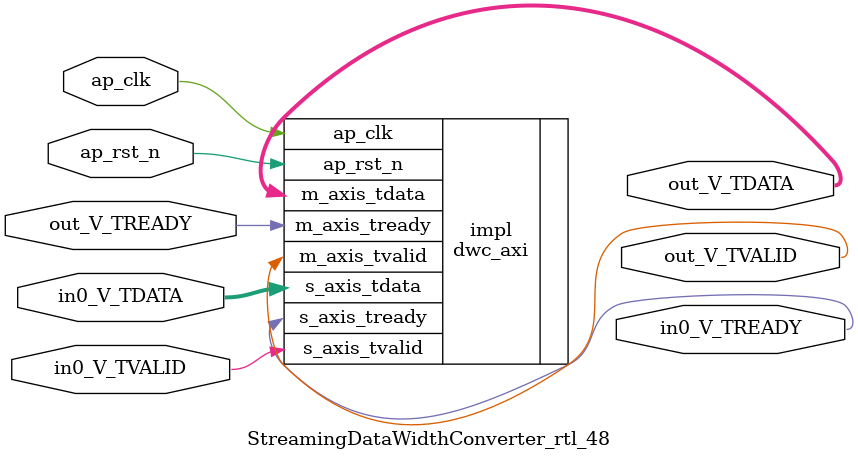
<source format=v>
/******************************************************************************
 * Copyright (C) 2023, Advanced Micro Devices, Inc.
 * All rights reserved.
 *
 * Redistribution and use in source and binary forms, with or without
 * modification, are permitted provided that the following conditions are met:
 *
 *  1. Redistributions of source code must retain the above copyright notice,
 *     this list of conditions and the following disclaimer.
 *
 *  2. Redistributions in binary form must reproduce the above copyright
 *     notice, this list of conditions and the following disclaimer in the
 *     documentation and/or other materials provided with the distribution.
 *
 *  3. Neither the name of the copyright holder nor the names of its
 *     contributors may be used to endorse or promote products derived from
 *     this software without specific prior written permission.
 *
 * THIS SOFTWARE IS PROVIDED BY THE COPYRIGHT HOLDERS AND CONTRIBUTORS "AS IS"
 * AND ANY EXPRESS OR IMPLIED WARRANTIES, INCLUDING, BUT NOT LIMITED TO,
 * THE IMPLIED WARRANTIES OF MERCHANTABILITY AND FITNESS FOR A PARTICULAR
 * PURPOSE ARE DISCLAIMED. IN NO EVENT SHALL THE COPYRIGHT HOLDER OR
 * CONTRIBUTORS BE LIABLE FOR ANY DIRECT, INDIRECT, INCIDENTAL, SPECIAL,
 * EXEMPLARY, OR CONSEQUENTIAL DAMAGES (INCLUDING, BUT NOT LIMITED TO,
 * PROCUREMENT OF SUBSTITUTE GOODS OR SERVICES; LOSS OF USE, DATA, OR PROFITS;
 * OR BUSINESS INTERRUPTION). HOWEVER CAUSED AND ON ANY THEORY OF LIABILITY,
 * WHETHER IN CONTRACT, STRICT LIABILITY, OR TORT (INCLUDING NEGLIGENCE OR
 * OTHERWISE) ARISING IN ANY WAY OUT OF THE USE OF THIS SOFTWARE, EVEN IF
 * ADVISED OF THE POSSIBILITY OF SUCH DAMAGE.
 *****************************************************************************/

module StreamingDataWidthConverter_rtl_48 #(
	parameter  IBITS = 5,
	parameter  OBITS = 320,

	parameter  AXI_IBITS = (IBITS+7)/8 * 8,
	parameter  AXI_OBITS = (OBITS+7)/8 * 8
)(
	//- Global Control ------------------
	(* X_INTERFACE_INFO = "xilinx.com:signal:clock:1.0 ap_clk CLK" *)
	(* X_INTERFACE_PARAMETER = "ASSOCIATED_BUSIF in0_V:out_V, ASSOCIATED_RESET ap_rst_n" *)
	input	ap_clk,
	(* X_INTERFACE_PARAMETER = "POLARITY ACTIVE_LOW" *)
	input	ap_rst_n,

	//- AXI Stream - Input --------------
	output	in0_V_TREADY,
	input	in0_V_TVALID,
	input	[AXI_IBITS-1:0]  in0_V_TDATA,

	//- AXI Stream - Output -------------
	input	out_V_TREADY,
	output	out_V_TVALID,
	output	[AXI_OBITS-1:0]  out_V_TDATA
);

	dwc_axi #(
		.IBITS(IBITS),
		.OBITS(OBITS)
	) impl (
		.ap_clk(ap_clk),
		.ap_rst_n(ap_rst_n),
		.s_axis_tready(in0_V_TREADY),
		.s_axis_tvalid(in0_V_TVALID),
		.s_axis_tdata(in0_V_TDATA),
		.m_axis_tready(out_V_TREADY),
		.m_axis_tvalid(out_V_TVALID),
		.m_axis_tdata(out_V_TDATA)
	);

endmodule

</source>
